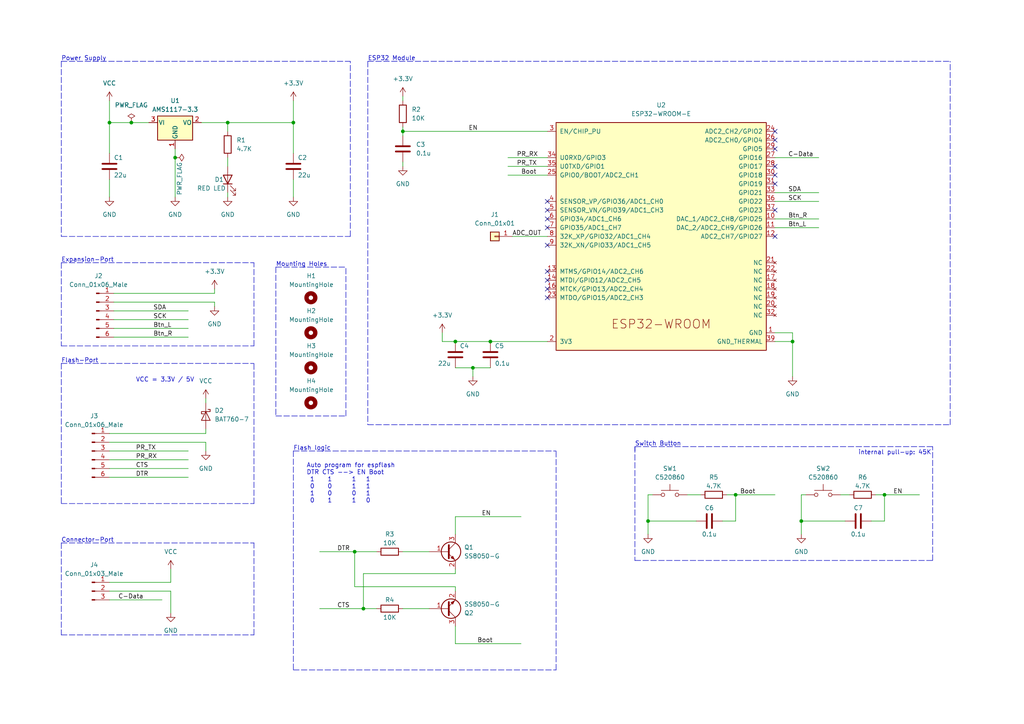
<source format=kicad_sch>
(kicad_sch (version 20211123) (generator eeschema)
  (paper "A4")
  (title_block (title "Mainboard") (date "2023-01-30") (company "Fabian Kuffer"))
  (lib_symbols
    (symbol "Connector:Conn_01x03_Male" (pin_names (offset 1.016) hide)
      (property "Reference" "J" (at 0 5.08 0))
      (property "Value" "Conn_01x03_Male" (at 0 -5.08 0))
      (symbol "Conn_01x03_Male_1_1"
        (polyline (pts (xy 1.27 -2.54) (xy 0.8636 -2.54)) (stroke (width 0.1524)))
        (polyline (pts (xy 1.27 0) (xy 0.8636 0)) (stroke (width 0.1524)))
        (polyline (pts (xy 1.27 2.54) (xy 0.8636 2.54)) (stroke (width 0.1524)))
        (rectangle (start 0.8636 -2.413) (end 0 -2.667) (stroke (width 0.1524)) (fill (type outline)))
        (rectangle (start 0.8636 0.127) (end 0 -0.127) (stroke (width 0.1524)) (fill (type outline)))
        (rectangle (start 0.8636 2.667) (end 0 2.413) (stroke (width 0.1524)) (fill (type outline)))
        (pin passive line (at 5.08 2.54 180) (length 3.81) (name "Pin_1") (number "1"))
        (pin passive line (at 5.08 0 180) (length 3.81) (name "Pin_2") (number "2"))
        (pin passive line (at 5.08 -2.54 180) (length 3.81) (name "Pin_3") (number "3"))
      )
    )
    (symbol "Connector:Conn_01x06_Male" (pin_names (offset 1.016) hide)
      (property "Reference" "J" (at 0 7.62 0))
      (property "Value" "Conn_01x06_Male" (at 0 -10.16 0))
      (symbol "Conn_01x06_Male_1_1"
        (polyline (pts (xy 1.27 -7.62) (xy 0.8636 -7.62)) (stroke (width 0.1524)))
        (polyline (pts (xy 1.27 -5.08) (xy 0.8636 -5.08)) (stroke (width 0.1524)))
        (polyline (pts (xy 1.27 -2.54) (xy 0.8636 -2.54)) (stroke (width 0.1524)))
        (polyline (pts (xy 1.27 0) (xy 0.8636 0)) (stroke (width 0.1524)))
        (polyline (pts (xy 1.27 2.54) (xy 0.8636 2.54)) (stroke (width 0.1524)))
        (polyline (pts (xy 1.27 5.08) (xy 0.8636 5.08)) (stroke (width 0.1524)))
        (rectangle (start 0.8636 -7.493) (end 0 -7.747) (stroke (width 0.1524)) (fill (type outline)))
        (rectangle (start 0.8636 -4.953) (end 0 -5.207) (stroke (width 0.1524)) (fill (type outline)))
        (rectangle (start 0.8636 -2.413) (end 0 -2.667) (stroke (width 0.1524)) (fill (type outline)))
        (rectangle (start 0.8636 0.127) (end 0 -0.127) (stroke (width 0.1524)) (fill (type outline)))
        (rectangle (start 0.8636 2.667) (end 0 2.413) (stroke (width 0.1524)) (fill (type outline)))
        (rectangle (start 0.8636 5.207) (end 0 4.953) (stroke (width 0.1524)) (fill (type outline)))
        (pin passive line (at 5.08 5.08 180) (length 3.81) (name "Pin_1") (number "1"))
        (pin passive line (at 5.08 2.54 180) (length 3.81) (name "Pin_2") (number "2"))
        (pin passive line (at 5.08 0 180) (length 3.81) (name "Pin_3") (number "3"))
        (pin passive line (at 5.08 -2.54 180) (length 3.81) (name "Pin_4") (number "4"))
        (pin passive line (at 5.08 -5.08 180) (length 3.81) (name "Pin_5") (number "5"))
        (pin passive line (at 5.08 -7.62 180) (length 3.81) (name "Pin_6") (number "6"))
      )
    )
    (symbol "Connector_Generic:Conn_01x01" (pin_names (offset 1.016) hide)
      (property "Reference" "J" (at 0 2.54 0))
      (property "Value" "Conn_01x01" (at 0 -2.54 0))
      (symbol "Conn_01x01_1_1"
        (rectangle (start -1.27 0.127) (end 0 -0.127) (stroke (width 0.1524)))
        (rectangle (start -1.27 1.27) (end 1.27 -1.27) (stroke (width 0.254)) (fill (type background)))
        (pin passive line (at -5.08 0 0) (length 3.81) (name "Pin_1") (number "1"))
      )
    )
    (symbol "Device:C" (pin_numbers hide) (pin_names (offset 0.254))
      (property "Reference" "C" (at 0.635 2.54 0))
      (property "Value" "C" (at 0.635 -2.54 0))
      (symbol "C_0_1"
        (polyline (pts (xy -2.032 -0.762) (xy 2.032 -0.762)) (stroke (width 0.508)))
        (polyline (pts (xy -2.032 0.762) (xy 2.032 0.762)) (stroke (width 0.508)))
      )
      (symbol "C_1_1"
        (pin passive line (at 0 3.81 270) (length 2.794) (name "~") (number "1"))
        (pin passive line (at 0 -3.81 90) (length 2.794) (name "~") (number "2"))
      )
    )
    (symbol "Device:LED" (pin_numbers hide) (pin_names (offset 1.016) hide)
      (property "Reference" "D" (at 0 2.54 0))
      (property "Value" "LED" (at 0 -2.54 0))
      (symbol "LED_0_1"
        (polyline (pts (xy -1.27 -1.27) (xy -1.27 1.27)) (stroke (width 0.254)))
        (polyline (pts (xy -1.27 0) (xy 1.27 0)))
        (polyline (pts (xy 1.27 -1.27) (xy 1.27 1.27) (xy -1.27 0) (xy 1.27 -1.27)) (stroke (width 0.254)))
        (polyline (pts (xy -3.048 -0.762) (xy -4.572 -2.286) (xy -3.81 -2.286) (xy -4.572 -2.286) (xy -4.572 -1.524)))
        (polyline (pts (xy -1.778 -0.762) (xy -3.302 -2.286) (xy -2.54 -2.286) (xy -3.302 -2.286) (xy -3.302 -1.524)))
      )
      (symbol "LED_1_1"
        (pin passive line (at -3.81 0 0) (length 2.54) (name "K") (number "1"))
        (pin passive line (at 3.81 0 180) (length 2.54) (name "A") (number "2"))
      )
    )
    (symbol "Device:Q_NPN_BEC" (pin_names (offset 0) hide)
      (property "Reference" "Q" (at 5.08 1.27 0))
      (property "Value" "Q_NPN_BEC" (at 5.08 -1.27 0))
      (symbol "Q_NPN_BEC_0_1"
        (polyline (pts (xy 0.635 0.635) (xy 2.54 2.54)))
        (polyline (pts (xy 0.635 -0.635) (xy 2.54 -2.54) (xy 2.54 -2.54)))
        (polyline (pts (xy 0.635 1.905) (xy 0.635 -1.905) (xy 0.635 -1.905)) (stroke (width 0.508)))
        (polyline (pts (xy 1.27 -1.778) (xy 1.778 -1.27) (xy 2.286 -2.286) (xy 1.27 -1.778) (xy 1.27 -1.778)) (fill (type outline)))
        (circle (center 1.27 0) (radius 2.8194) (stroke (width 0.254)))
      )
      (symbol "Q_NPN_BEC_1_1"
        (pin input line (at -5.08 0 0) (length 5.715) (name "B") (number "1"))
        (pin passive line (at 2.54 -5.08 90) (length 2.54) (name "E") (number "2"))
        (pin passive line (at 2.54 5.08 270) (length 2.54) (name "C") (number "3"))
      )
    )
    (symbol "Device:R" (pin_numbers hide) (pin_names (offset 0))
      (property "Reference" "R" (at 2.032 0 90))
      (property "Value" "R" (at 0 0 90))
      (symbol "R_0_1"
        (rectangle (start -1.016 -2.54) (end 1.016 2.54) (stroke (width 0.254)))
      )
      (symbol "R_1_1"
        (pin passive line (at 0 3.81 270) (length 1.27) (name "~") (number "1"))
        (pin passive line (at 0 -3.81 90) (length 1.27) (name "~") (number "2"))
      )
    )
    (symbol "Diode:PMEG1020EH" (pin_numbers hide) (pin_names hide)
      (property "Reference" "D" (at 0 2.54 0))
      (property "Value" "PMEG1020EH" (at 0 -2.54 0))
      (symbol "PMEG1020EH_0_1"
        (polyline (pts (xy 1.27 0) (xy -1.27 0)))
        (polyline (pts (xy 1.27 1.27) (xy 1.27 -1.27) (xy -1.27 0) (xy 1.27 1.27)) (stroke (width 0.2032)))
        (polyline (pts (xy -1.905 0.635) (xy -1.905 1.27) (xy -1.27 1.27) (xy -1.27 -1.27) (xy -0.635 -1.27) (xy -0.635 -0.635)) (stroke (width 0.2032)))
      )
      (symbol "PMEG1020EH_1_1"
        (pin passive line (at -3.81 0 0) (length 2.54) (name "K") (number "1"))
        (pin passive line (at 3.81 0 180) (length 2.54) (name "A") (number "2"))
      )
    )
    (symbol "Espressif:ESP32-WROOM-E" (pin_names (offset 1.016))
      (property "Reference" "U" (at -30.48 38.1 0))
      (property "Value" "ESP32-WROOM-E" (at -30.48 35.56 0))
      (symbol "ESP32-WROOM-E_0_1"
        (rectangle (start -30.48 33.02) (end 30.48 -33.02) (stroke (width 0.254)) (fill (type background)))
      )
      (symbol "ESP32-WROOM-E_1_1"
        (text "ESP32-­WROOM­" (at 0 -25.4 0) (effects (font (size 2.54 2.54))))
        (pin power_in line (at 33.02 -27.94 180) (length 2.54) (name "GND") (number "1"))
        (pin bidirectional line (at 33.02 5.08 180) (length 2.54) (name "DAC_1/ADC2_CH8/GPIO25") (number "10"))
        (pin bidirectional line (at 33.02 2.54 180) (length 2.54) (name "DAC_2/ADC2_CH9/GPIO26") (number "11"))
        (pin bidirectional line (at 33.02 0 180) (length 2.54) (name "ADC2_CH7/GPIO27") (number "12"))
        (pin bidirectional line (at -33.02 -10.16 0) (length 2.54) (name "MTMS/GPIO14/ADC2_CH6") (number "13"))
        (pin bidirectional line (at -33.02 -12.7 0) (length 2.54) (name "MTDI/GPIO12/ADC2_CH5") (number "14"))
        (pin passive line (at 33.02 -27.94 180) (length 2.54) hide (name "GND") (number "15"))
        (pin bidirectional line (at -33.02 -15.24 0) (length 2.54) (name "MTCK/GPIO13/ADC2_CH4") (number "16"))
        (pin no_connect line (at 33.02 -12.7 180) (length 2.54) (name "NC") (number "17"))
        (pin no_connect line (at 33.02 -15.24 180) (length 2.54) (name "NC") (number "18"))
        (pin no_connect line (at 33.02 -17.78 180) (length 2.54) (name "NC") (number "19"))
        (pin power_in line (at -33.02 -30.48 0) (length 2.54) (name "3V3") (number "2"))
        (pin no_connect line (at 33.02 -20.32 180) (length 2.54) (name "NC") (number "20"))
        (pin no_connect line (at 33.02 -7.62 180) (length 2.54) (name "NC") (number "21"))
        (pin no_connect line (at 33.02 -10.16 180) (length 2.54) (name "NC") (number "22"))
        (pin bidirectional line (at -33.02 -17.78 0) (length 2.54) (name "MTDO/GPIO15/ADC2_CH3") (number "23"))
        (pin bidirectional line (at 33.02 30.48 180) (length 2.54) (name "ADC2_CH2/GPIO2") (number "24"))
        (pin bidirectional line (at -33.02 17.78 0) (length 2.54) (name "GPIO0/BOOT/ADC2_CH1") (number "25"))
        (pin bidirectional line (at 33.02 27.94 180) (length 2.54) (name "ADC2_CH0/GPIO4") (number "26"))
        (pin bidirectional line (at 33.02 22.86 180) (length 2.54) (name "GPIO16") (number "27"))
        (pin bidirectional line (at 33.02 20.32 180) (length 2.54) (name "GPIO17") (number "28"))
        (pin bidirectional line (at 33.02 25.4 180) (length 2.54) (name "GPIO5") (number "29"))
        (pin input line (at -33.02 30.48 0) (length 2.54) (name "EN/CHIP_PU") (number "3"))
        (pin bidirectional line (at 33.02 17.78 180) (length 2.54) (name "GPIO18") (number "30"))
        (pin bidirectional line (at 33.02 15.24 180) (length 2.54) (name "GPIO19") (number "31"))
        (pin no_connect line (at 33.02 -22.86 180) (length 2.54) (name "NC") (number "32"))
        (pin bidirectional line (at 33.02 12.7 180) (length 2.54) (name "GPIO21") (number "33"))
        (pin bidirectional line (at -33.02 22.86 0) (length 2.54) (name "U0RXD/GPIO3") (number "34"))
        (pin bidirectional line (at -33.02 20.32 0) (length 2.54) (name "U0TXD/GPIO1") (number "35"))
        (pin bidirectional line (at 33.02 10.16 180) (length 2.54) (name "GPIO22") (number "36"))
        (pin bidirectional line (at 33.02 7.62 180) (length 2.54) (name "GPIO23") (number "37"))
        (pin passive line (at 33.02 -27.94 180) (length 2.54) hide (name "GND") (number "38"))
        (pin power_in line (at 33.02 -30.48 180) (length 2.54) (name "GND_THERMAL") (number "39"))
        (pin input line (at -33.02 10.16 0) (length 2.54) (name "SENSOR_VP/GPIO36/ADC1_CH0") (number "4"))
        (pin input line (at -33.02 7.62 0) (length 2.54) (name "SENSOR_VN/GPIO39/ADC1_CH3") (number "5"))
        (pin input line (at -33.02 5.08 0) (length 2.54) (name "GPIO34/ADC1_CH6") (number "6"))
        (pin input line (at -33.02 2.54 0) (length 2.54) (name "GPIO35/ADC1_CH7") (number "7"))
        (pin bidirectional line (at -33.02 0 0) (length 2.54) (name "32K_XP/GPIO32/ADC1_CH4") (number "8"))
        (pin bidirectional line (at -33.02 -2.54 0) (length 2.54) (name "32K_XN/GPIO33/ADC1_CH5") (number "9"))
      )
    )
    (symbol "Mechanical:MountingHole" (pin_names (offset 1.016))
      (property "Reference" "H" (at 0 5.08 0))
      (property "Value" "MountingHole" (at 0 3.175 0))
      (symbol "MountingHole_0_1"
        (circle (center 0 0) (radius 1.27) (stroke (width 1.27)))
      )
    )
    (symbol "Regulator_Linear:AMS1117-3.3" (pin_names (offset 0.254))
      (property "Reference" "U" (at -3.81 3.175 0))
      (property "Value" "AMS1117-3.3" (at 0 3.175 0))
      (symbol "AMS1117-3.3_0_1"
        (rectangle (start -5.08 -5.08) (end 5.08 1.905) (stroke (width 0.254)) (fill (type background)))
      )
      (symbol "AMS1117-3.3_1_1"
        (pin power_in line (at 0 -7.62 90) (length 2.54) (name "GND") (number "1"))
        (pin power_out line (at 7.62 0 180) (length 2.54) (name "VO") (number "2"))
        (pin power_in line (at -7.62 0 0) (length 2.54) (name "VI") (number "3"))
      )
    )
    (symbol "Switch:SW_Push" (pin_numbers hide) (pin_names (offset 1.016) hide)
      (property "Reference" "SW" (at 1.27 2.54 0))
      (property "Value" "SW_Push" (at 0 -1.524 0))
      (symbol "SW_Push_0_1"
        (circle (center -2.032 0) (radius 0.508))
        (polyline (pts (xy 0 1.27) (xy 0 3.048)))
        (polyline (pts (xy 2.54 1.27) (xy -2.54 1.27)))
        (circle (center 2.032 0) (radius 0.508))
        (pin passive line (at -5.08 0 0) (length 2.54) (name "1") (number "1"))
        (pin passive line (at 5.08 0 180) (length 2.54) (name "2") (number "2"))
      )
    )
    (symbol "power:+3.3V" (power) (pin_names (offset 0))
      (property "Value" "+3.3V" (at 0 3.556 0))
      (symbol "+3.3V_0_1"
        (polyline (pts (xy -0.762 1.27) (xy 0 2.54)))
        (polyline (pts (xy 0 0) (xy 0 2.54)))
        (polyline (pts (xy 0 2.54) (xy 0.762 1.27)))
      )
      (symbol "+3.3V_1_1"
        (pin power_in line (at 0 0 90) (length 0) hide (name "+3.3V") (number "1"))
      )
    )
    (symbol "power:GND" (power) (pin_names (offset 0))
      (property "Value" "GND" (at 0 -3.81 0))
      (symbol "GND_0_1"
        (polyline (pts (xy 0 0) (xy 0 -1.27) (xy 1.27 -1.27) (xy 0 -2.54) (xy -1.27 -1.27) (xy 0 -1.27)))
      )
      (symbol "GND_1_1"
        (pin power_in line (at 0 0 270) (length 0) hide (name "GND") (number "1"))
      )
    )
    (symbol "power:PWR_FLAG" (power) (pin_numbers hide) (pin_names (offset 0) hide)
      (property "Value" "PWR_FLAG" (at 0 3.81 0))
      (symbol "PWR_FLAG_0_0"
        (pin power_out line (at 0 0 90) (length 0) (name "pwr") (number "1"))
      )
      (symbol "PWR_FLAG_0_1"
        (polyline (pts (xy 0 0) (xy 0 1.27) (xy -1.016 1.905) (xy 0 2.54) (xy 1.016 1.905) (xy 0 1.27)))
      )
    )
    (symbol "power:VCC" (power) (pin_names (offset 0))
      (property "Value" "VCC" (at 0 3.81 0))
      (symbol "VCC_0_1"
        (polyline (pts (xy -0.762 1.27) (xy 0 2.54)))
        (polyline (pts (xy 0 0) (xy 0 2.54)))
        (polyline (pts (xy 0 2.54) (xy 0.762 1.27)))
      )
      (symbol "VCC_1_1"
        (pin power_in line (at 0 0 90) (length 0) hide (name "VCC") (number "1"))
      )
    )
  )
  (junction (at 132.08 99.06))
  (junction (at 50.8 45.72))
  (junction (at 137.16 106.68))
  (junction (at 232.41 151.13))
  (junction (at 31.75 35.56))
  (junction (at 85.09 35.56))
  (junction (at 256.54 143.51))
  (junction (at 142.24 99.06))
  (junction (at 187.96 151.13))
  (junction (at 102.87 160.02))
  (junction (at 38.1 35.56))
  (junction (at 66.04 35.56))
  (junction (at 116.84 38.1))
  (junction (at 105.41 176.53))
  (junction (at 229.87 99.06))
  (junction (at 213.36 143.51))
  (no_connect (at 224.79 68.58))
  (no_connect (at 158.75 81.28))
  (no_connect (at 224.79 40.64))
  (no_connect (at 158.75 66.04))
  (no_connect (at 224.79 43.18))
  (no_connect (at 224.79 38.1))
  (no_connect (at 224.79 48.26))
  (no_connect (at 158.75 58.42))
  (no_connect (at 224.79 50.8))
  (no_connect (at 224.79 53.34))
  (no_connect (at 158.75 86.36))
  (no_connect (at 158.75 78.74))
  (no_connect (at 158.75 63.5))
  (no_connect (at 158.75 83.82))
  (no_connect (at 158.75 71.12))
  (no_connect (at 158.75 60.96))
  (no_connect (at 224.79 60.96))
  (polyline (pts (xy 106.68 17.78) (xy 275.59 17.78)))
  (polyline (pts (xy 17.78 17.78) (xy 101.6 17.78)))
  (polyline (pts (xy 85.09 130.81) (xy 161.29 130.81)))
  (wire (pts (xy 256.54 143.51) (xy 266.7 143.51)))
  (wire (pts (xy 116.84 176.53) (xy 124.46 176.53)))
  (wire (pts (xy 85.09 52.07) (xy 85.09 57.15)))
  (wire (pts (xy 33.02 92.71) (xy 54.61 92.71)))
  (wire (pts (xy 105.41 176.53) (xy 109.22 176.53)))
  (polyline (pts (xy 270.51 129.54) (xy 184.15 129.54)))
  (polyline (pts (xy 17.78 76.2) (xy 73.66 76.2)))
  (wire (pts (xy 187.96 151.13) (xy 187.96 143.51)))
  (wire (pts (xy 66.04 45.72) (xy 66.04 48.26)))
  (wire (pts (xy 116.84 38.1) (xy 158.75 38.1)))
  (wire (pts (xy 38.1 35.56) (xy 31.75 35.56)))
  (wire (pts (xy 33.02 95.25) (xy 54.61 95.25)))
  (polyline (pts (xy 80.01 77.47) (xy 80.01 120.65)))
  (wire (pts (xy 224.79 55.88) (xy 237.49 55.88)))
  (wire (pts (xy 245.11 151.13) (xy 232.41 151.13)))
  (polyline (pts (xy 17.78 100.33) (xy 73.66 100.33)))
  (wire (pts (xy 31.75 168.91) (xy 49.53 168.91)))
  (wire (pts (xy 137.16 106.68) (xy 137.16 109.22)))
  (wire (pts (xy 132.08 186.69) (xy 151.13 186.69)))
  (wire (pts (xy 229.87 96.52) (xy 229.87 99.06)))
  (wire (pts (xy 132.08 99.06) (xy 128.27 99.06)))
  (wire (pts (xy 201.93 151.13) (xy 187.96 151.13)))
  (polyline (pts (xy 80.01 120.65) (xy 100.33 120.65)))
  (wire (pts (xy 224.79 63.5) (xy 237.49 63.5)))
  (wire (pts (xy 224.79 66.04) (xy 237.49 66.04)))
  (wire (pts (xy 59.69 128.27) (xy 59.69 130.81)))
  (wire (pts (xy 50.8 43.18) (xy 50.8 45.72)))
  (wire (pts (xy 209.55 151.13) (xy 213.36 151.13)))
  (wire (pts (xy 116.84 36.83) (xy 116.84 38.1)))
  (wire (pts (xy 33.02 87.63) (xy 62.23 87.63)))
  (wire (pts (xy 31.75 171.45) (xy 49.53 171.45)))
  (polyline (pts (xy 17.78 76.2) (xy 17.78 100.33)))
  (wire (pts (xy 213.36 143.51) (xy 224.79 143.51)))
  (wire (pts (xy 66.04 55.88) (xy 66.04 57.15)))
  (wire (pts (xy 116.84 46.99) (xy 116.84 48.26)))
  (polyline (pts (xy 17.78 157.48) (xy 73.66 157.48)))
  (wire (pts (xy 66.04 35.56) (xy 85.09 35.56)))
  (wire (pts (xy 105.41 166.37) (xy 105.41 176.53)))
  (wire (pts (xy 148.59 68.58) (xy 158.75 68.58)))
  (wire (pts (xy 85.09 35.56) (xy 85.09 44.45)))
  (wire (pts (xy 224.79 45.72) (xy 237.49 45.72)))
  (wire (pts (xy 147.32 45.72) (xy 158.75 45.72)))
  (wire (pts (xy 132.08 170.18) (xy 102.87 170.18)))
  (wire (pts (xy 158.75 99.06) (xy 142.24 99.06)))
  (polyline (pts (xy 85.09 130.81) (xy 85.09 194.31)))
  (wire (pts (xy 59.69 115.57) (xy 59.69 116.84)))
  (wire (pts (xy 66.04 35.56) (xy 66.04 38.1)))
  (wire (pts (xy 210.82 143.51) (xy 213.36 143.51)))
  (wire (pts (xy 59.69 124.46) (xy 59.69 125.73)))
  (wire (pts (xy 256.54 143.51) (xy 256.54 151.13)))
  (polyline (pts (xy 17.78 146.05) (xy 73.66 146.05)))
  (wire (pts (xy 229.87 99.06) (xy 229.87 109.22)))
  (wire (pts (xy 252.73 151.13) (xy 256.54 151.13)))
  (wire (pts (xy 31.75 135.89) (xy 54.61 135.89)))
  (wire (pts (xy 199.39 143.51) (xy 203.2 143.51)))
  (polyline (pts (xy 17.78 68.58) (xy 101.6 68.58)))
  (wire (pts (xy 132.08 106.68) (xy 137.16 106.68)))
  (wire (pts (xy 50.8 45.72) (xy 50.8 57.15)))
  (wire (pts (xy 116.84 160.02) (xy 124.46 160.02)))
  (wire (pts (xy 187.96 151.13) (xy 187.96 154.94)))
  (wire (pts (xy 31.75 130.81) (xy 54.61 130.81)))
  (wire (pts (xy 132.08 181.61) (xy 132.08 186.69)))
  (wire (pts (xy 43.18 35.56) (xy 38.1 35.56)))
  (polyline (pts (xy 184.15 129.54) (xy 184.15 162.56)))
  (wire (pts (xy 128.27 96.52) (xy 128.27 99.06)))
  (polyline (pts (xy 270.51 162.56) (xy 270.51 129.54)))
  (wire (pts (xy 142.24 99.06) (xy 132.08 99.06)))
  (wire (pts (xy 31.75 35.56) (xy 31.75 44.45)))
  (polyline (pts (xy 17.78 17.78) (xy 17.78 68.58)))
  (polyline (pts (xy 17.78 184.15) (xy 73.66 184.15)))
  (wire (pts (xy 31.75 52.07) (xy 31.75 57.15)))
  (wire (pts (xy 147.32 50.8) (xy 158.75 50.8)))
  (wire (pts (xy 33.02 90.17) (xy 54.61 90.17)))
  (wire (pts (xy 224.79 58.42) (xy 237.49 58.42)))
  (wire (pts (xy 102.87 170.18) (xy 102.87 160.02)))
  (wire (pts (xy 31.75 173.99) (xy 46.99 173.99)))
  (wire (pts (xy 62.23 87.63) (xy 62.23 88.9)))
  (wire (pts (xy 33.02 97.79) (xy 54.61 97.79)))
  (polyline (pts (xy 101.6 68.58) (xy 101.6 17.78)))
  (wire (pts (xy 92.71 160.02) (xy 102.87 160.02)))
  (wire (pts (xy 31.75 125.73) (xy 59.69 125.73)))
  (wire (pts (xy 232.41 151.13) (xy 232.41 143.51)))
  (wire (pts (xy 31.75 128.27) (xy 59.69 128.27)))
  (polyline (pts (xy 17.78 157.48) (xy 17.78 184.15)))
  (wire (pts (xy 92.71 176.53) (xy 105.41 176.53)))
  (wire (pts (xy 187.96 143.51) (xy 189.23 143.51)))
  (wire (pts (xy 102.87 160.02) (xy 109.22 160.02)))
  (polyline (pts (xy 106.68 123.19) (xy 275.59 123.19)))
  (polyline (pts (xy 73.66 184.15) (xy 73.66 157.48)))
  (polyline (pts (xy 17.78 105.41) (xy 17.78 146.05)))
  (wire (pts (xy 213.36 143.51) (xy 213.36 151.13)))
  (wire (pts (xy 147.32 48.26) (xy 158.75 48.26)))
  (wire (pts (xy 137.16 106.68) (xy 142.24 106.68)))
  (wire (pts (xy 132.08 154.94) (xy 132.08 149.86)))
  (wire (pts (xy 49.53 168.91) (xy 49.53 165.1)))
  (polyline (pts (xy 73.66 100.33) (xy 73.66 76.2)))
  (polyline (pts (xy 80.01 77.47) (xy 100.33 77.47)))
  (wire (pts (xy 116.84 27.94) (xy 116.84 29.21)))
  (wire (pts (xy 85.09 29.21) (xy 85.09 35.56)))
  (wire (pts (xy 224.79 96.52) (xy 229.87 96.52)))
  (polyline (pts (xy 275.59 123.19) (xy 275.59 17.78)))
  (wire (pts (xy 58.42 35.56) (xy 66.04 35.56)))
  (wire (pts (xy 132.08 165.1) (xy 132.08 166.37)))
  (polyline (pts (xy 184.15 129.54) (xy 184.15 130.81)))
  (polyline (pts (xy 73.66 146.05) (xy 73.66 105.41)))
  (wire (pts (xy 31.75 29.21) (xy 31.75 35.56)))
  (wire (pts (xy 232.41 151.13) (xy 232.41 154.94)))
  (wire (pts (xy 224.79 99.06) (xy 229.87 99.06)))
  (polyline (pts (xy 85.09 194.31) (xy 161.29 194.31)))
  (wire (pts (xy 243.84 143.51) (xy 246.38 143.51)))
  (polyline (pts (xy 100.33 120.65) (xy 100.33 77.47)))
  (wire (pts (xy 232.41 143.51) (xy 233.68 143.51)))
  (wire (pts (xy 254 143.51) (xy 256.54 143.51)))
  (polyline (pts (xy 184.15 162.56) (xy 270.51 162.56)))
  (wire (pts (xy 31.75 138.43) (xy 54.61 138.43)))
  (polyline (pts (xy 17.78 105.41) (xy 73.66 105.41)))
  (wire (pts (xy 132.08 149.86) (xy 151.13 149.86)))
  (wire (pts (xy 116.84 38.1) (xy 116.84 39.37)))
  (polyline (pts (xy 106.68 17.78) (xy 106.68 123.19)))
  (wire (pts (xy 62.23 83.82) (xy 62.23 85.09)))
  (wire (pts (xy 33.02 85.09) (xy 62.23 85.09)))
  (wire (pts (xy 31.75 133.35) (xy 54.61 133.35)))
  (wire (pts (xy 49.53 171.45) (xy 49.53 177.8)))
  (wire (pts (xy 132.08 171.45) (xy 132.08 170.18)))
  (wire (pts (xy 132.08 166.37) (xy 105.41 166.37)))
  (polyline (pts (xy 161.29 194.31) (xy 161.29 130.81)))
  (text "internal pull-up: 45K\n" (at 248.92 132.08 0) (effects (font (size 1.27 1.27)) (justify left bottom)))
  (text "ESP32 Module\n" (at 106.68 17.78 0) (effects (font (size 1.27 1.27)) (justify left bottom)))
  (text "Switch Button\n" (at 184.15 129.54 0) (effects (font (size 1.27 1.27)) (justify left bottom)))
  (text "Connector-Port\n" (at 17.78 157.48 0) (effects (font (size 1.27 1.27)) (justify left bottom)))
  (text "Power Supply\n" (at 17.78 17.78 0) (effects (font (size 1.27 1.27)) (justify left bottom)))
  (text "Expansion-Port" (at 17.78 76.2 0) (effects (font (size 1.27 1.27)) (justify left bottom)))
  (text "VCC = 3.3V / 5V\n\n" (at 39.37 113.03 0) (effects (font (size 1.27 1.27)) (justify left bottom)))
  (text "Flash logic\n" (at 85.09 130.81 0) (effects (font (size 1.27 1.27)) (justify left bottom)))
  (text "Auto program for espflash\nDTR CTS --> EN Boot\n 1    1      1   1\n 0    0      1   1\n 1    0      0   1\n 0    1      1   0" (at 88.9 146.05 0) (effects (font (size 1.27 1.27)) (justify left bottom)))
  (text "Flash-Port" (at 17.78 105.41 0) (effects (font (size 1.27 1.27)) (justify left bottom)))
  (text "Mounting Holes\n" (at 80.01 77.47 0) (effects (font (size 1.27 1.27)) (justify left bottom)))
  (label "Btn_L" (at 228.6 66.04 0))
  (label "PR_RX" (at 39.37 133.35 0))
  (label "SDA" (at 228.6 55.88 0))
  (label "CTS" (at 97.79 176.53 0))
  (label "ADC_OUT" (at 148.59 68.58 0))
  (label "SDA" (at 44.45 90.17 0))
  (label "Boot" (at 151.13 50.8 0))
  (label "CTS" (at 39.37 135.89 0))
  (label "EN" (at 139.7 149.86 0))
  (label "C-Data" (at 228.6 45.72 0))
  (label "PR_TX" (at 39.37 130.81 0))
  (label "SCK" (at 228.6 58.42 0))
  (label "PR_RX" (at 149.86 45.72 0))
  (label "Btn_R" (at 44.45 97.79 0))
  (label "Btn_L" (at 44.45 95.25 0))
  (label "EN" (at 135.89 38.1 0))
  (label "C-Data" (at 34.29 173.99 0))
  (label "DTR" (at 39.37 138.43 0))
  (label "Btn_R" (at 228.6 63.5 0))
  (label "Boot" (at 138.43 186.69 0))
  (label "Boot" (at 214.63 143.51 0))
  (label "EN" (at 259.08 143.51 0))
  (label "SCK" (at 44.45 92.71 0))
  (label "DTR" (at 97.79 160.02 0))
  (label "PR_TX" (at 149.86 48.26 0))
  (symbol (lib_id "power:GND") (at 229.87 109.22 0) (unit 1)
    (property "Reference" "#PWR0114" (effects hide))
    (property "Value" "GND" (at 229.87 114.3 0))
  )
  (symbol (lib_id "Connector:Conn_01x06_Male") (at 26.67 130.81 0) (unit 1)
    (property "Reference" "J3" (at 27.305 120.65 0))
    (property "Value" "Conn_01x06_Male" (at 27.305 123.19 0))
    (property "Footprint" "Connector_JST:JST_GH_BM06B-GHS-TBT_1x06-1MP_P1.25mm_Vertical" (effects hide))
  )
  (symbol (lib_id "power:GND") (at 50.8 57.15 0) (unit 1)
    (property "Reference" "#PWR0103" (effects hide))
    (property "Value" "GND" (at 50.8 62.23 0))
  )
  (symbol (lib_id "Connector:Conn_01x03_Male") (at 26.67 171.45 0) (unit 1)
    (property "Reference" "J4" (at 27.305 163.83 0))
    (property "Value" "Conn_01x03_Male" (at 27.305 166.37 0))
    (property "Footprint" "Connector_JST:JST_GH_SM03B-GHS-TB_1x03-1MP_P1.25mm_Horizontal" (effects hide))
  )
  (symbol (lib_id "power:VCC") (at 59.69 115.57 0) (unit 1)
    (property "Reference" "#PWR0112" (effects hide))
    (property "Value" "VCC" (at 59.69 110.49 0))
  )
  (symbol (lib_id "power:PWR_FLAG") (at 38.1 35.56 0) (unit 1)
    (property "Reference" "#FLG0101" (effects hide))
    (property "Value" "PWR_FLAG" (at 38.1 30.48 0))
  )
  (symbol (lib_id "Mechanical:MountingHole") (at 90.17 106.68 0) (unit 1)
    (property "Reference" "H3" (at 88.9 100.33 0) (effects (justify left)))
    (property "Value" "MountingHole" (at 83.82 102.87 0) (effects (justify left)))
    (property "Footprint" "MountingHole:MountingHole_2.2mm_M2" (effects hide))
  )
  (symbol (lib_id "Device:R") (at 207.01 143.51 90) (unit 1)
    (property "Reference" "R5" (at 207.01 138.43 90))
    (property "Value" "4.7K" (at 207.01 140.97 90))
    (property "Footprint" "Resistor_SMD:R_0402_1005Metric" (effects hide))
  )
  (symbol (lib_id "Mechanical:MountingHole") (at 90.17 86.36 0) (unit 1)
    (property "Reference" "H1" (at 88.9 80.01 0) (effects (justify left)))
    (property "Value" "MountingHole" (at 83.82 82.55 0) (effects (justify left)))
    (property "Footprint" "MountingHole:MountingHole_2.2mm_M2" (effects hide))
  )
  (symbol (lib_id "power:GND") (at 49.53 177.8 0) (unit 1)
    (property "Reference" "#PWR0119" (effects hide))
    (property "Value" "GND" (at 49.53 182.88 0))
  )
  (symbol (lib_id "Device:C") (at 116.84 43.18 0) (unit 1)
    (property "Reference" "C3" (at 120.65 41.9099 0) (effects (justify left)))
    (property "Value" "0.1u" (at 120.65 44.4499 0) (effects (justify left)))
    (property "Footprint" "Capacitor_SMD:C_0402_1005Metric" (effects hide))
  )
  (symbol (lib_id "power:GND") (at 62.23 88.9 0) (unit 1)
    (property "Reference" "#PWR0110" (effects hide))
    (property "Value" "GND" (at 62.23 93.98 0))
  )
  (symbol (lib_id "Device:R") (at 113.03 160.02 90) (unit 1)
    (property "Reference" "R3" (at 113.03 154.94 90))
    (property "Value" "10K" (at 113.03 157.48 90))
    (property "Footprint" "Resistor_SMD:R_0402_1005Metric" (effects hide))
  )
  (symbol (lib_id "Device:R") (at 113.03 176.53 90) (unit 1)
    (property "Reference" "R4" (at 113.03 173.99 90))
    (property "Value" "10K" (at 113.03 179.07 90))
    (property "Footprint" "Resistor_SMD:R_0402_1005Metric" (effects hide))
  )
  (symbol (lib_id "Mechanical:MountingHole") (at 90.17 116.84 0) (unit 1)
    (property "Reference" "H4" (at 88.9 110.49 0) (effects (justify left)))
    (property "Value" "MountingHole" (at 83.82 113.03 0) (effects (justify left)))
    (property "Footprint" "MountingHole:MountingHole_2.2mm_M2" (effects hide))
  )
  (symbol (lib_id "Espressif:ESP32-WROOM-E") (at 191.77 68.58 0) (unit 1)
    (property "Reference" "U2" (at 191.77 30.48 0))
    (property "Value" "ESP32-WROOM-E" (at 191.77 33.02 0))
    (property "Footprint" "Espressif:ESP32-WROOM-32E" (effects hide))
    (property "Datasheet" "https://www.espressif.com/sites/default/files/documentation/esp32-wroom-32e_esp32-wroom-32ue_datasheet_en.pdf" (effects hide))
  )
  (symbol (lib_id "Device:LED") (at 66.04 52.07 90) (unit 1)
    (property "Reference" "D1" (at 62.23 52.07 90) (effects (justify right)))
    (property "Value" "RED LED" (at 57.15 54.61 90) (effects (justify right)))
    (property "Footprint" "LED_SMD:LED_0603_1608Metric" (effects hide))
  )
  (symbol (lib_id "Device:C") (at 205.74 151.13 90) (unit 1)
    (property "Reference" "C6" (at 205.74 147.32 90))
    (property "Value" "0.1u" (at 205.74 154.94 90))
    (property "Footprint" "Capacitor_SMD:C_0402_1005Metric_Pad0.74x0.62mm_HandSolder" (effects hide))
  )
  (symbol (lib_id "power:GND") (at 137.16 109.22 0) (unit 1)
    (property "Reference" "#PWR0107" (effects hide))
    (property "Value" "GND" (at 137.16 114.3 0))
  )
  (symbol (lib_id "power:GND") (at 232.41 154.94 0) (unit 1)
    (property "Reference" "#PWR0116" (effects hide))
    (property "Value" "GND" (at 232.41 160.02 0))
  )
  (symbol (lib_id "Device:C") (at 85.09 48.26 0) (unit 1)
    (property "Reference" "C2" (at 86.36 45.72 0) (effects (justify left)))
    (property "Value" "22u" (at 86.36 50.8 0) (effects (justify left)))
    (property "Footprint" "Capacitor_SMD:C_0805_2012Metric" (effects hide))
  )
  (symbol (lib_id "power:PWR_FLAG") (at 50.8 45.72 270) (unit 1)
    (property "Reference" "#FLG0102" (effects hide))
    (property "Value" "PWR_FLAG" (at 52.07 46.99 0) (effects (justify left)))
  )
  (symbol (lib_id "power:VCC") (at 49.53 165.1 0) (unit 1)
    (property "Reference" "#PWR0118" (effects hide))
    (property "Value" "VCC" (at 49.53 160.02 0))
  )
  (symbol (lib_id "Device:C") (at 31.75 48.26 0) (unit 1)
    (property "Reference" "C1" (at 33.02 45.72 0) (effects (justify left)))
    (property "Value" "22u" (at 33.02 50.8 0) (effects (justify left)))
    (property "Footprint" "Capacitor_SMD:C_0805_2012Metric" (effects hide))
  )
  (symbol (lib_id "power:+3.3V") (at 128.27 96.52 0) (unit 1)
    (property "Reference" "#PWR0117" (effects hide))
    (property "Value" "+3.3V" (at 128.27 91.44 0))
  )
  (symbol (lib_id "Device:Q_NPN_BEC") (at 129.54 160.02 0) (unit 1)
    (property "Reference" "Q1" (at 134.62 158.7499 0) (effects (justify left)))
    (property "Value" "SS8050-G" (at 134.62 161.2899 0) (effects (justify left)))
    (property "Footprint" "Package_TO_SOT_SMD:SOT-23-3" (effects hide))
  )
  (symbol (lib_id "power:GND") (at 116.84 48.26 0) (unit 1)
    (property "Reference" "#PWR0109" (effects hide))
    (property "Value" "GND" (at 116.84 53.34 0))
  )
  (symbol (lib_id "power:VCC") (at 31.75 29.21 0) (unit 1)
    (property "Reference" "#PWR0102" (effects hide))
    (property "Value" "VCC" (at 31.75 24.13 0))
  )
  (symbol (lib_id "Regulator_Linear:AMS1117-3.3") (at 50.8 35.56 0) (unit 1)
    (property "Reference" "U1" (at 50.8 29.21 0))
    (property "Value" "AMS1117-3.3" (at 50.8 31.75 0))
    (property "Footprint" "Package_TO_SOT_SMD:SOT-223-3_TabPin2" (effects hide))
    (property "Datasheet" "http://www.advanced-monolithic.com/pdf/ds1117.pdf" (effects hide))
  )
  (symbol (lib_id "power:GND") (at 59.69 130.81 0) (unit 1)
    (property "Reference" "#PWR0113" (effects hide))
    (property "Value" "GND" (at 59.69 135.89 0))
  )
  (symbol (lib_id "power:GND") (at 31.75 57.15 0) (unit 1)
    (property "Reference" "#PWR0101" (effects hide))
    (property "Value" "GND" (at 31.75 62.23 0))
  )
  (symbol (lib_id "power:+3.3V") (at 85.09 29.21 0) (unit 1)
    (property "Reference" "#PWR0105" (effects hide))
    (property "Value" "+3.3V" (at 85.09 24.13 0))
  )
  (symbol (lib_id "Device:R") (at 66.04 41.91 0) (unit 1)
    (property "Reference" "R1" (at 68.58 40.6399 0) (effects (justify left)))
    (property "Value" "4.7K" (at 68.58 43.1799 0) (effects (justify left)))
    (property "Footprint" "Resistor_SMD:R_0402_1005Metric" (effects hide))
  )
  (symbol (lib_id "Switch:SW_Push") (at 238.76 143.51 0) (unit 1)
    (property "Reference" "SW2" (at 238.76 135.89 0))
    (property "Value" "C520860" (at 238.76 138.43 0))
    (property "Footprint" "Button_Switch_SMD:SW_SPST_CK_RS282G05A3" (effects hide))
  )
  (symbol (lib_id "power:GND") (at 85.09 57.15 0) (unit 1)
    (property "Reference" "#PWR0106" (effects hide))
    (property "Value" "GND" (at 85.09 62.23 0))
  )
  (symbol (lib_id "Diode:PMEG1020EH") (at 59.69 120.65 270) (unit 1)
    (property "Reference" "D2" (at 62.23 119.0624 90) (effects (justify left)))
    (property "Value" "BAT760-7" (at 62.23 121.6024 90) (effects (justify left)))
    (property "Footprint" "Diode_SMD:D_SOD-323F" (effects hide))
  )
  (symbol (lib_id "power:+3.3V") (at 116.84 27.94 0) (unit 1)
    (property "Reference" "#PWR0108" (effects hide))
    (property "Value" "+3.3V" (at 116.84 22.86 0))
  )
  (symbol (lib_id "Device:C") (at 248.92 151.13 90) (unit 1)
    (property "Reference" "C7" (at 248.92 147.32 90))
    (property "Value" "0.1u" (at 248.92 154.94 90))
    (property "Footprint" "Capacitor_SMD:C_0402_1005Metric_Pad0.74x0.62mm_HandSolder" (effects hide))
  )
  (symbol (lib_id "power:GND") (at 66.04 57.15 0) (unit 1)
    (property "Reference" "#PWR0104" (effects hide))
    (property "Value" "GND" (at 66.04 62.23 0))
  )
  (symbol (lib_id "Connector_Generic:Conn_01x01") (at 143.51 68.58 180) (unit 1)
    (property "Reference" "J1" (at 143.51 62.23 0))
    (property "Value" "Conn_01x01" (at 143.51 64.77 0))
    (property "Footprint" "Connector_Wire:SolderWire-0.25sqmm_1x01_D0.65mm_OD2mm" (effects hide))
  )
  (symbol (lib_id "Device:C") (at 132.08 102.87 0) (unit 1)
    (property "Reference" "C4" (at 133.35 100.33 0) (effects (justify left)))
    (property "Value" "22u" (at 127 105.41 0) (effects (justify left)))
    (property "Footprint" "Capacitor_SMD:C_0805_2012Metric" (effects hide))
  )
  (symbol (lib_id "power:+3.3V") (at 62.23 83.82 0) (unit 1)
    (property "Reference" "#PWR0111" (effects hide))
    (property "Value" "+3.3V" (at 62.23 78.74 0))
  )
  (symbol (lib_id "Connector:Conn_01x06_Male") (at 27.94 90.17 0) (unit 1)
    (property "Reference" "J2" (at 28.575 80.01 0))
    (property "Value" "Conn_01x06_Male" (at 28.575 82.55 0))
    (property "Footprint" "Connector_JST:JST_GH_BM06B-GHS-TBT_1x06-1MP_P1.25mm_Vertical" (effects hide))
  )
  (symbol (lib_id "Device:R") (at 250.19 143.51 90) (unit 1)
    (property "Reference" "R6" (at 250.19 138.43 90))
    (property "Value" "4.7K" (at 250.19 140.97 90))
    (property "Footprint" "Resistor_SMD:R_0402_1005Metric" (effects hide))
  )
  (symbol (lib_id "Switch:SW_Push") (at 194.31 143.51 0) (unit 1)
    (property "Reference" "SW1" (at 194.31 135.89 0))
    (property "Value" "C520860" (at 194.31 138.43 0))
    (property "Footprint" "Button_Switch_SMD:SW_SPST_CK_RS282G05A3" (effects hide))
  )
  (symbol (lib_id "Device:C") (at 142.24 102.87 0) (unit 1)
    (property "Reference" "C5" (at 143.51 100.33 0) (effects (justify left)))
    (property "Value" "0.1u" (at 143.51 105.41 0) (effects (justify left)))
    (property "Footprint" "Capacitor_SMD:C_0402_1005Metric" (effects hide))
  )
  (symbol (lib_id "Mechanical:MountingHole") (at 90.17 96.52 0) (unit 1)
    (property "Reference" "H2" (at 88.9 90.17 0) (effects (justify left)))
    (property "Value" "MountingHole" (at 83.82 92.71 0) (effects (justify left)))
    (property "Footprint" "MountingHole:MountingHole_2.2mm_M2" (effects hide))
  )
  (symbol (lib_id "Device:R") (at 116.84 33.02 0) (unit 1)
    (property "Reference" "R2" (at 119.38 31.7499 0) (effects (justify left)))
    (property "Value" "10K" (at 119.38 34.2899 0) (effects (justify left)))
    (property "Footprint" "Resistor_SMD:R_0402_1005Metric" (effects hide))
  )
  (symbol (lib_id "power:GND") (at 187.96 154.94 0) (unit 1)
    (property "Reference" "#PWR0115" (effects hide))
    (property "Value" "GND" (at 187.96 160.02 0))
  )
  (symbol (lib_id "Device:Q_NPN_BEC") (at 129.54 176.53 0) (mirror x) (unit 1)
    (property "Reference" "Q2" (at 134.62 177.8001 0) (effects (justify left)))
    (property "Value" "SS8050-G" (at 134.62 175.2601 0) (effects (justify left)))
    (property "Footprint" "Package_TO_SOT_SMD:SOT-23-3" (effects hide))
  )
)
</source>
